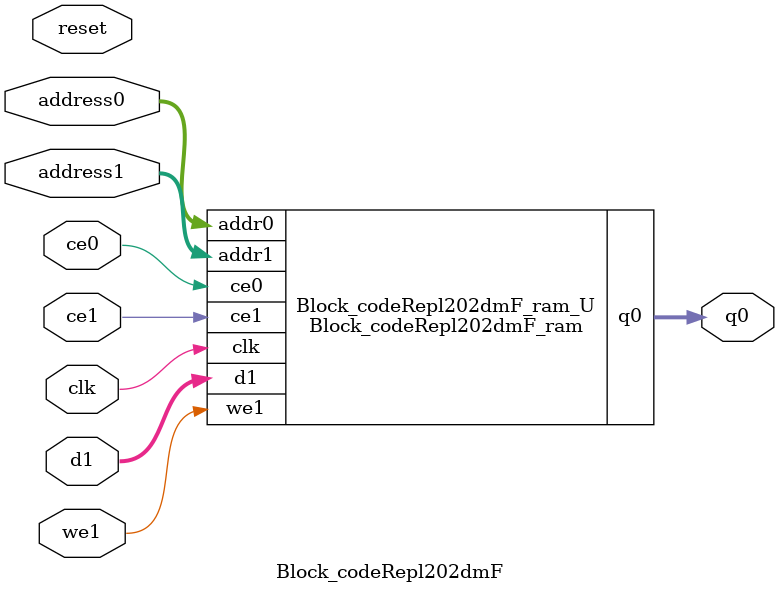
<source format=v>
`timescale 1 ns / 1 ps
module Block_codeRepl202dmF_ram (addr0, ce0, q0, addr1, ce1, d1, we1,  clk);

parameter DWIDTH = 5;
parameter AWIDTH = 6;
parameter MEM_SIZE = 42;

input[AWIDTH-1:0] addr0;
input ce0;
output reg[DWIDTH-1:0] q0;
input[AWIDTH-1:0] addr1;
input ce1;
input[DWIDTH-1:0] d1;
input we1;
input clk;

(* ram_style = "distributed" *)reg [DWIDTH-1:0] ram[0:MEM_SIZE-1];




always @(posedge clk)  
begin 
    if (ce0) begin
        q0 <= ram[addr0];
    end
end


always @(posedge clk)  
begin 
    if (ce1) begin
        if (we1) 
            ram[addr1] <= d1; 
    end
end


endmodule

`timescale 1 ns / 1 ps
module Block_codeRepl202dmF(
    reset,
    clk,
    address0,
    ce0,
    q0,
    address1,
    ce1,
    we1,
    d1);

parameter DataWidth = 32'd5;
parameter AddressRange = 32'd42;
parameter AddressWidth = 32'd6;
input reset;
input clk;
input[AddressWidth - 1:0] address0;
input ce0;
output[DataWidth - 1:0] q0;
input[AddressWidth - 1:0] address1;
input ce1;
input we1;
input[DataWidth - 1:0] d1;



Block_codeRepl202dmF_ram Block_codeRepl202dmF_ram_U(
    .clk( clk ),
    .addr0( address0 ),
    .ce0( ce0 ),
    .q0( q0 ),
    .addr1( address1 ),
    .ce1( ce1 ),
    .we1( we1 ),
    .d1( d1 ));

endmodule


</source>
